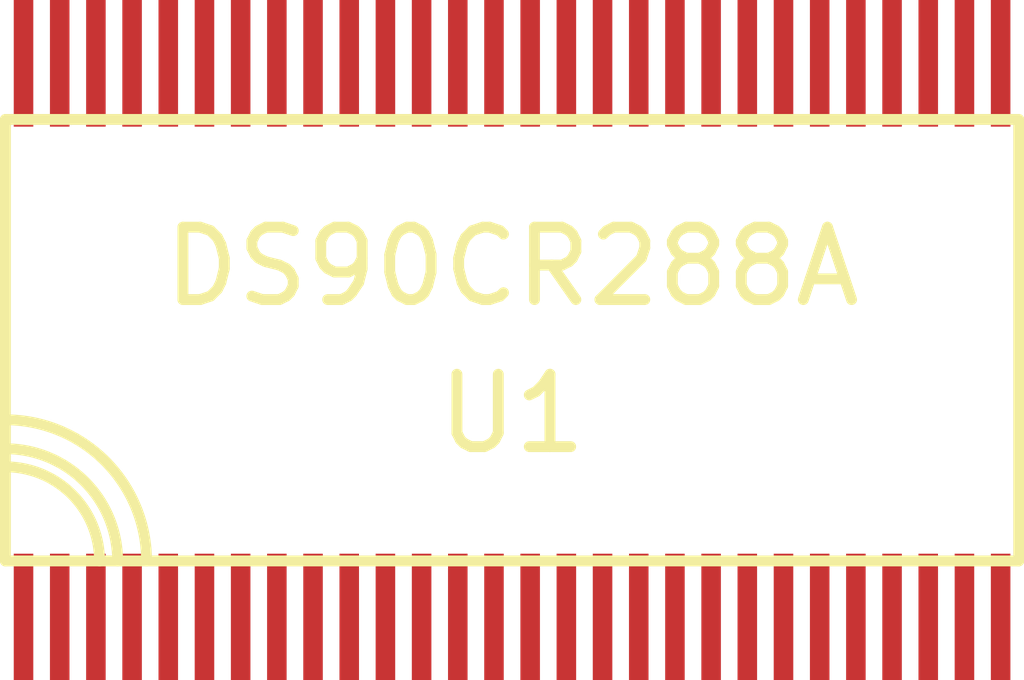
<source format=kicad_pcb>
(kicad_pcb (version 3) (host pcbnew "(2013-may-18)-stable")

  (general
    (links 0)
    (no_connects 0)
    (area 24.114646 24.817146 39.893354 34.745854)
    (thickness 1.6)
    (drawings 0)
    (tracks 0)
    (zones 0)
    (modules 1)
    (nets 1)
  )

  (page A3)
  (layers
    (15 F.Cu signal)
    (0 B.Cu signal)
    (16 B.Adhes user)
    (17 F.Adhes user)
    (18 B.Paste user)
    (19 F.Paste user)
    (20 B.SilkS user)
    (21 F.SilkS user)
    (22 B.Mask user)
    (23 F.Mask user)
    (24 Dwgs.User user)
    (25 Cmts.User user)
    (26 Eco1.User user)
    (27 Eco2.User user)
    (28 Edge.Cuts user)
  )

  (setup
    (last_trace_width 0.254)
    (trace_clearance 0.254)
    (zone_clearance 0.508)
    (zone_45_only no)
    (trace_min 0.254)
    (segment_width 0.2)
    (edge_width 0.1)
    (via_size 0.889)
    (via_drill 0.635)
    (via_min_size 0.889)
    (via_min_drill 0.508)
    (uvia_size 0.508)
    (uvia_drill 0.127)
    (uvias_allowed no)
    (uvia_min_size 0.508)
    (uvia_min_drill 0.127)
    (pcb_text_width 0.3)
    (pcb_text_size 1.5 1.5)
    (mod_edge_width 0.15)
    (mod_text_size 1 1)
    (mod_text_width 0.15)
    (pad_size 1.5 1.5)
    (pad_drill 0.6)
    (pad_to_mask_clearance 0)
    (aux_axis_origin 0 0)
    (visible_elements FFFFFFBF)
    (pcbplotparams
      (layerselection 3178497)
      (usegerberextensions true)
      (excludeedgelayer true)
      (linewidth 0.150000)
      (plotframeref false)
      (viasonmask false)
      (mode 1)
      (useauxorigin false)
      (hpglpennumber 1)
      (hpglpenspeed 20)
      (hpglpendiameter 15)
      (hpglpenoverlay 2)
      (psnegative false)
      (psa4output false)
      (plotreference true)
      (plotvalue true)
      (plotothertext true)
      (plotinvisibletext false)
      (padsonsilk false)
      (subtractmaskfromsilk false)
      (outputformat 1)
      (mirror false)
      (drillshape 1)
      (scaleselection 1)
      (outputdirectory ""))
  )

  (net 0 "")

  (net_class Default "This is the default net class."
    (clearance 0.254)
    (trace_width 0.254)
    (via_dia 0.889)
    (via_drill 0.635)
    (uvia_dia 0.508)
    (uvia_drill 0.127)
    (add_net "")
  )

  (module tssop-56-DGG (layer F.Cu) (tedit 54B9B993) (tstamp 54BA101C)
    (at 32.004 29.7815)
    (path /5491E7BC)
    (fp_text reference U1 (at 0 1.016) (layer F.SilkS)
      (effects (font (size 1 1) (thickness 0.15)))
    )
    (fp_text value DS90CR288A (at 0 -1.016) (layer F.SilkS)
      (effects (font (size 1 1) (thickness 0.15)))
    )
    (fp_arc (start -7 3.05) (end -7 1.5) (angle 90) (layer F.SilkS) (width 0.15))
    (fp_arc (start -7 3.05) (end -7 1.75) (angle 90) (layer F.SilkS) (width 0.15))
    (fp_arc (start -7 3.05) (end -7 1.1) (angle 90) (layer F.SilkS) (width 0.15))
    (fp_line (start -7 -3.05) (end -7 3.05) (layer F.SilkS) (width 0.15))
    (fp_line (start -7 3.05) (end 7 3.05) (layer F.SilkS) (width 0.15))
    (fp_line (start 7 3.05) (end 7 -3.05) (layer F.SilkS) (width 0.15))
    (fp_line (start 7 -3.05) (end -7 -3.05) (layer F.SilkS) (width 0.15))
    (pad 55 smd rect (at -6.25 -3.825) (size 0.27 1.75)
      (layers F.Cu F.Paste F.Mask)
    )
    (pad 56 smd rect (at -6.75 -3.825) (size 0.27 1.75)
      (layers F.Cu F.Paste F.Mask)
    )
    (pad 54 smd rect (at -5.75 -3.825) (size 0.27 1.75)
      (layers F.Cu F.Paste F.Mask)
    )
    (pad 53 smd rect (at -5.25 -3.825) (size 0.27 1.75)
      (layers F.Cu F.Paste F.Mask)
    )
    (pad 49 smd rect (at -3.25 -3.825) (size 0.27 1.75)
      (layers F.Cu F.Paste F.Mask)
    )
    (pad 50 smd rect (at -3.75 -3.825) (size 0.27 1.75)
      (layers F.Cu F.Paste F.Mask)
    )
    (pad 52 smd rect (at -4.75 -3.825) (size 0.27 1.75)
      (layers F.Cu F.Paste F.Mask)
    )
    (pad 51 smd rect (at -4.25 -3.825) (size 0.27 1.75)
      (layers F.Cu F.Paste F.Mask)
    )
    (pad 43 smd rect (at -0.25 -3.825) (size 0.27 1.75)
      (layers F.Cu F.Paste F.Mask)
    )
    (pad 44 smd rect (at -0.75 -3.825) (size 0.27 1.75)
      (layers F.Cu F.Paste F.Mask)
    )
    (pad 42 smd rect (at 0.25 -3.825) (size 0.27 1.75)
      (layers F.Cu F.Paste F.Mask)
    )
    (pad 41 smd rect (at 0.75 -3.825) (size 0.27 1.75)
      (layers F.Cu F.Paste F.Mask)
    )
    (pad 45 smd rect (at -1.25 -3.825) (size 0.27 1.75)
      (layers F.Cu F.Paste F.Mask)
    )
    (pad 46 smd rect (at -1.75 -3.825) (size 0.27 1.75)
      (layers F.Cu F.Paste F.Mask)
    )
    (pad 48 smd rect (at -2.75 -3.825) (size 0.27 1.75)
      (layers F.Cu F.Paste F.Mask)
    )
    (pad 47 smd rect (at -2.25 -3.825) (size 0.27 1.75)
      (layers F.Cu F.Paste F.Mask)
    )
    (pad 31 smd rect (at 5.75 -3.825) (size 0.27 1.75)
      (layers F.Cu F.Paste F.Mask)
    )
    (pad 32 smd rect (at 5.25 -3.825) (size 0.27 1.75)
      (layers F.Cu F.Paste F.Mask)
    )
    (pad 30 smd rect (at 6.25 -3.825) (size 0.27 1.75)
      (layers F.Cu F.Paste F.Mask)
    )
    (pad 29 smd rect (at 6.75 -3.825) (size 0.27 1.75)
      (layers F.Cu F.Paste F.Mask)
    )
    (pad 35 smd rect (at 3.75 -3.825) (size 0.27 1.75)
      (layers F.Cu F.Paste F.Mask)
    )
    (pad 36 smd rect (at 3.25 -3.825) (size 0.27 1.75)
      (layers F.Cu F.Paste F.Mask)
    )
    (pad 34 smd rect (at 4.25 -3.825) (size 0.27 1.75)
      (layers F.Cu F.Paste F.Mask)
    )
    (pad 33 smd rect (at 4.75 -3.825) (size 0.27 1.75)
      (layers F.Cu F.Paste F.Mask)
    )
    (pad 37 smd rect (at 2.75 -3.825) (size 0.27 1.75)
      (layers F.Cu F.Paste F.Mask)
    )
    (pad 38 smd rect (at 2.25 -3.825) (size 0.27 1.75)
      (layers F.Cu F.Paste F.Mask)
    )
    (pad 40 smd rect (at 1.25 -3.825) (size 0.27 1.75)
      (layers F.Cu F.Paste F.Mask)
    )
    (pad 39 smd rect (at 1.75 -3.825) (size 0.27 1.75)
      (layers F.Cu F.Paste F.Mask)
    )
    (pad 18 smd rect (at 1.75 3.825) (size 0.27 1.75)
      (layers F.Cu F.Paste F.Mask)
    )
    (pad 17 smd rect (at 1.25 3.825) (size 0.27 1.75)
      (layers F.Cu F.Paste F.Mask)
    )
    (pad 19 smd rect (at 2.25 3.825) (size 0.27 1.75)
      (layers F.Cu F.Paste F.Mask)
    )
    (pad 20 smd rect (at 2.75 3.825) (size 0.27 1.75)
      (layers F.Cu F.Paste F.Mask)
    )
    (pad 24 smd rect (at 4.75 3.825) (size 0.27 1.75)
      (layers F.Cu F.Paste F.Mask)
    )
    (pad 23 smd rect (at 4.25 3.825) (size 0.27 1.75)
      (layers F.Cu F.Paste F.Mask)
    )
    (pad 21 smd rect (at 3.25 3.825) (size 0.27 1.75)
      (layers F.Cu F.Paste F.Mask)
    )
    (pad 22 smd rect (at 3.75 3.825) (size 0.27 1.75)
      (layers F.Cu F.Paste F.Mask)
    )
    (pad 28 smd rect (at 6.75 3.825) (size 0.27 1.75)
      (layers F.Cu F.Paste F.Mask)
    )
    (pad 27 smd rect (at 6.25 3.825) (size 0.27 1.75)
      (layers F.Cu F.Paste F.Mask)
    )
    (pad 25 smd rect (at 5.25 3.825) (size 0.27 1.75)
      (layers F.Cu F.Paste F.Mask)
    )
    (pad 26 smd rect (at 5.75 3.825) (size 0.27 1.75)
      (layers F.Cu F.Paste F.Mask)
    )
    (pad 10 smd rect (at -2.25 3.825) (size 0.27 1.75)
      (layers F.Cu F.Paste F.Mask)
    )
    (pad 9 smd rect (at -2.75 3.825) (size 0.27 1.75)
      (layers F.Cu F.Paste F.Mask)
    )
    (pad 11 smd rect (at -1.75 3.825) (size 0.27 1.75)
      (layers F.Cu F.Paste F.Mask)
    )
    (pad 12 smd rect (at -1.25 3.825) (size 0.27 1.75)
      (layers F.Cu F.Paste F.Mask)
    )
    (pad 16 smd rect (at 0.75 3.825) (size 0.27 1.75)
      (layers F.Cu F.Paste F.Mask)
    )
    (pad 15 smd rect (at 0.25 3.825) (size 0.27 1.75)
      (layers F.Cu F.Paste F.Mask)
    )
    (pad 13 smd rect (at -0.75 3.825) (size 0.27 1.75)
      (layers F.Cu F.Paste F.Mask)
    )
    (pad 14 smd rect (at -0.25 3.825) (size 0.27 1.75)
      (layers F.Cu F.Paste F.Mask)
    )
    (pad 6 smd rect (at -4.25 3.825) (size 0.27 1.75)
      (layers F.Cu F.Paste F.Mask)
    )
    (pad 5 smd rect (at -4.75 3.825) (size 0.27 1.75)
      (layers F.Cu F.Paste F.Mask)
    )
    (pad 7 smd rect (at -3.75 3.825) (size 0.27 1.75)
      (layers F.Cu F.Paste F.Mask)
    )
    (pad 8 smd rect (at -3.25 3.825) (size 0.27 1.75)
      (layers F.Cu F.Paste F.Mask)
    )
    (pad 4 smd rect (at -5.25 3.825) (size 0.27 1.75)
      (layers F.Cu F.Paste F.Mask)
    )
    (pad 3 smd rect (at -5.75 3.825) (size 0.27 1.75)
      (layers F.Cu F.Paste F.Mask)
    )
    (pad 1 smd rect (at -6.75 3.825) (size 0.27 1.75)
      (layers F.Cu F.Paste F.Mask)
    )
    (pad 2 smd rect (at -6.25 3.825) (size 0.27 1.75)
      (layers F.Cu F.Paste F.Mask)
    )
  )

)

</source>
